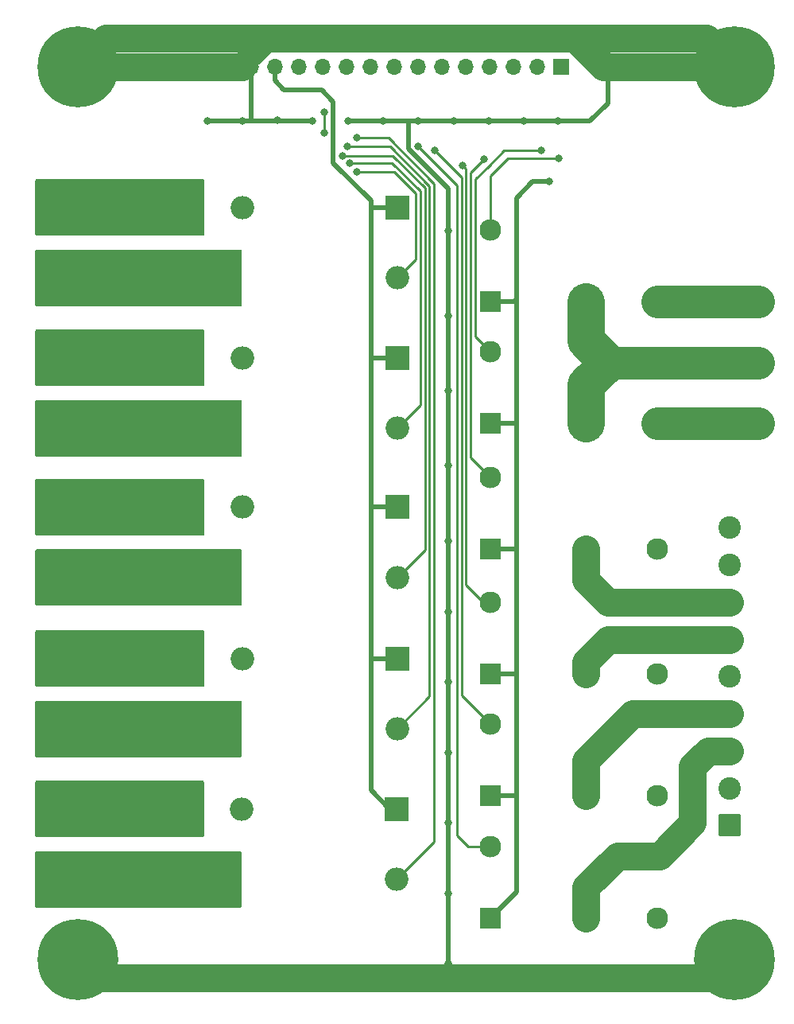
<source format=gbr>
%TF.GenerationSoftware,KiCad,Pcbnew,6.0.10+dfsg-2*%
%TF.CreationDate,2023-01-31T20:00:01-05:00*%
%TF.ProjectId,StoveRelays,53746f76-6552-4656-9c61-79732e6b6963,rev?*%
%TF.SameCoordinates,Original*%
%TF.FileFunction,Copper,L2,Bot*%
%TF.FilePolarity,Positive*%
%FSLAX46Y46*%
G04 Gerber Fmt 4.6, Leading zero omitted, Abs format (unit mm)*
G04 Created by KiCad (PCBNEW 6.0.10+dfsg-2) date 2023-01-31 20:00:01*
%MOMM*%
%LPD*%
G01*
G04 APERTURE LIST*
G04 Aperture macros list*
%AMRoundRect*
0 Rectangle with rounded corners*
0 $1 Rounding radius*
0 $2 $3 $4 $5 $6 $7 $8 $9 X,Y pos of 4 corners*
0 Add a 4 corners polygon primitive as box body*
4,1,4,$2,$3,$4,$5,$6,$7,$8,$9,$2,$3,0*
0 Add four circle primitives for the rounded corners*
1,1,$1+$1,$2,$3*
1,1,$1+$1,$4,$5*
1,1,$1+$1,$6,$7*
1,1,$1+$1,$8,$9*
0 Add four rect primitives between the rounded corners*
20,1,$1+$1,$2,$3,$4,$5,0*
20,1,$1+$1,$4,$5,$6,$7,0*
20,1,$1+$1,$6,$7,$8,$9,0*
20,1,$1+$1,$8,$9,$2,$3,0*%
G04 Aperture macros list end*
%TA.AperFunction,ComponentPad*%
%ADD10RoundRect,0.250001X0.949999X-0.949999X0.949999X0.949999X-0.949999X0.949999X-0.949999X-0.949999X0*%
%TD*%
%TA.AperFunction,ComponentPad*%
%ADD11C,2.400000*%
%TD*%
%TA.AperFunction,ComponentPad*%
%ADD12R,2.300000X2.300000*%
%TD*%
%TA.AperFunction,ComponentPad*%
%ADD13C,2.300000*%
%TD*%
%TA.AperFunction,ComponentPad*%
%ADD14C,0.900000*%
%TD*%
%TA.AperFunction,ComponentPad*%
%ADD15C,8.600000*%
%TD*%
%TA.AperFunction,ComponentPad*%
%ADD16O,2.500000X2.500000*%
%TD*%
%TA.AperFunction,ComponentPad*%
%ADD17R,2.500000X2.500000*%
%TD*%
%TA.AperFunction,ComponentPad*%
%ADD18C,2.500000*%
%TD*%
%TA.AperFunction,ComponentPad*%
%ADD19R,1.700000X1.700000*%
%TD*%
%TA.AperFunction,ComponentPad*%
%ADD20O,1.700000X1.700000*%
%TD*%
%TA.AperFunction,ViaPad*%
%ADD21C,0.800000*%
%TD*%
%TA.AperFunction,Conductor*%
%ADD22C,3.000000*%
%TD*%
%TA.AperFunction,Conductor*%
%ADD23C,0.500000*%
%TD*%
%TA.AperFunction,Conductor*%
%ADD24C,0.250000*%
%TD*%
%TA.AperFunction,Conductor*%
%ADD25C,3.500000*%
%TD*%
%TA.AperFunction,Conductor*%
%ADD26C,4.000000*%
%TD*%
G04 APERTURE END LIST*
D10*
%TO.P,J16,1,Pin_1*%
%TO.N,unconnected-(J16-Pad1)*%
X174482500Y-135760000D03*
D11*
%TO.P,J16,2,Pin_2*%
%TO.N,unconnected-(J16-Pad2)*%
X174482500Y-131800000D03*
%TO.P,J16,3,Pin_3*%
%TO.N,/Fan_High/COM*%
X174482500Y-127840000D03*
%TO.P,J16,4,Pin_4*%
%TO.N,/Fan_Low/COM*%
X174482500Y-123880000D03*
%TO.P,J16,5,Pin_5*%
%TO.N,unconnected-(J16-Pad5)*%
X174482500Y-119920000D03*
%TO.P,J16,6,Pin_6*%
%TO.N,/Oven_Light/COM*%
X174482500Y-115960000D03*
%TO.P,J16,7,Pin_7*%
%TO.N,/Cooling_Fan/COM*%
X174482500Y-112000000D03*
%TO.P,J16,8,Pin_8*%
%TO.N,unconnected-(J16-Pad8)*%
X174482500Y-108040000D03*
%TO.P,J16,9,Pin_9*%
%TO.N,AC*%
X174482500Y-104080000D03*
%TD*%
D12*
%TO.P,K8,1*%
%TO.N,+5V*%
X149000000Y-93000000D03*
D13*
%TO.P,K8,2*%
%TO.N,/DD_L1*%
X159160000Y-93000000D03*
%TO.P,K8,3*%
%TO.N,/DownDraft_High/NO*%
X166780000Y-93000000D03*
%TO.P,K8,5*%
%TO.N,Net-(D8-Pad1)*%
X149000000Y-85380000D03*
%TD*%
D12*
%TO.P,K10,1*%
%TO.N,+5V*%
X149000000Y-106370000D03*
D13*
%TO.P,K10,2*%
%TO.N,/Cooling_Fan/COM*%
X159160000Y-106370000D03*
%TO.P,K10,3*%
%TO.N,AC*%
X166780000Y-106370000D03*
%TO.P,K10,5*%
%TO.N,Net-(D10-Pad1)*%
X149000000Y-98750000D03*
%TD*%
D14*
%TO.P,H3,1,1*%
%TO.N,GND*%
X175000000Y-146775000D03*
X177280419Y-152280419D03*
X175000000Y-153225000D03*
X177280419Y-147719581D03*
X171775000Y-150000000D03*
X172719581Y-152280419D03*
X172719581Y-147719581D03*
X178225000Y-150000000D03*
D15*
X175000000Y-150000000D03*
%TD*%
D16*
%TO.P,K1,11*%
%TO.N,Net-(J2-Pad1)*%
X119000000Y-141500000D03*
%TO.P,K1,12*%
%TO.N,unconnected-(K1-Pad12)*%
X122500000Y-134000000D03*
%TO.P,K1,14*%
%TO.N,Net-(J3-Pad1)*%
X115500000Y-134000000D03*
D17*
%TO.P,K1,A1*%
%TO.N,+3V3*%
X139000000Y-134000000D03*
D16*
%TO.P,K1,A2*%
%TO.N,Net-(D1-Pad1)*%
X139000000Y-141500000D03*
%TD*%
D18*
%TO.P,J5,1,Pin_1*%
%TO.N,Net-(J5-Pad1)*%
X101950000Y-102000000D03*
X107050000Y-102000000D03*
%TD*%
%TO.P,J12,1,Pin_1*%
%TO.N,/DownDraft_Low/NO*%
X172450000Y-80000000D03*
X177550000Y-80000000D03*
%TD*%
%TO.P,J7,1,Pin_1*%
%TO.N,Net-(J7-Pad1)*%
X101950000Y-70000000D03*
X107050000Y-70000000D03*
%TD*%
D12*
%TO.P,K11,1*%
%TO.N,+5V*%
X149000000Y-119620000D03*
D13*
%TO.P,K11,2*%
%TO.N,/Oven_Light/COM*%
X159160000Y-119620000D03*
%TO.P,K11,3*%
%TO.N,AC*%
X166780000Y-119620000D03*
%TO.P,K11,5*%
%TO.N,Net-(D11-Pad1)*%
X149000000Y-112000000D03*
%TD*%
D18*
%TO.P,J8,1,Pin_1*%
%TO.N,Net-(J8-Pad1)*%
X107050000Y-93500000D03*
X101950000Y-93500000D03*
%TD*%
%TO.P,J13,1,Pin_1*%
%TO.N,/DD_L1*%
X172450000Y-86500000D03*
X177550000Y-86500000D03*
%TD*%
%TO.P,J10,1,Pin_1*%
%TO.N,Net-(J10-Pad1)*%
X107050000Y-125500000D03*
X101950000Y-125500000D03*
%TD*%
%TO.P,J11,1,Pin_1*%
%TO.N,Net-(J11-Pad1)*%
X101950000Y-118000000D03*
X107050000Y-118000000D03*
%TD*%
D16*
%TO.P,K5,11*%
%TO.N,Net-(J10-Pad1)*%
X119037500Y-125500000D03*
%TO.P,K5,12*%
%TO.N,unconnected-(K5-Pad12)*%
X122537500Y-118000000D03*
%TO.P,K5,14*%
%TO.N,Net-(J11-Pad1)*%
X115537500Y-118000000D03*
D17*
%TO.P,K5,A1*%
%TO.N,+3V3*%
X139037500Y-118000000D03*
D16*
%TO.P,K5,A2*%
%TO.N,Net-(D5-Pad1)*%
X139037500Y-125500000D03*
%TD*%
D18*
%TO.P,J2,1,Pin_1*%
%TO.N,Net-(J2-Pad1)*%
X107012500Y-141500000D03*
X101912500Y-141500000D03*
%TD*%
D12*
%TO.P,K6,1*%
%TO.N,+5V*%
X149000000Y-145620000D03*
D13*
%TO.P,K6,2*%
%TO.N,/Fan_High/COM*%
X159160000Y-145620000D03*
%TO.P,K6,3*%
%TO.N,AC*%
X166780000Y-145620000D03*
%TO.P,K6,5*%
%TO.N,Net-(D6-Pad1)*%
X149000000Y-138000000D03*
%TD*%
D18*
%TO.P,J9,1,Pin_1*%
%TO.N,Net-(J9-Pad1)*%
X101950000Y-86000000D03*
X107050000Y-86000000D03*
%TD*%
D12*
%TO.P,K9,1*%
%TO.N,+5V*%
X149000000Y-80000000D03*
D13*
%TO.P,K9,2*%
%TO.N,/DD_L1*%
X159160000Y-80000000D03*
%TO.P,K9,3*%
%TO.N,/DownDraft_Low/NO*%
X166780000Y-80000000D03*
%TO.P,K9,5*%
%TO.N,Net-(D9-Pad1)*%
X149000000Y-72380000D03*
%TD*%
D12*
%TO.P,K7,1*%
%TO.N,+5V*%
X149000000Y-132620000D03*
D13*
%TO.P,K7,2*%
%TO.N,/Fan_Low/COM*%
X159160000Y-132620000D03*
%TO.P,K7,3*%
%TO.N,AC*%
X166780000Y-132620000D03*
%TO.P,K7,5*%
%TO.N,Net-(D7-Pad1)*%
X149000000Y-125000000D03*
%TD*%
D18*
%TO.P,J4,1,Pin_1*%
%TO.N,Net-(J4-Pad1)*%
X107050000Y-109500000D03*
X101950000Y-109500000D03*
%TD*%
%TO.P,J3,1,Pin_1*%
%TO.N,Net-(J3-Pad1)*%
X101912500Y-134000000D03*
X107012500Y-134000000D03*
%TD*%
%TO.P,J6,1,Pin_1*%
%TO.N,Net-(J6-Pad1)*%
X101950000Y-77500000D03*
X107050000Y-77500000D03*
%TD*%
D15*
%TO.P,H2,1,1*%
%TO.N,GND*%
X175000000Y-55000000D03*
D14*
X177280419Y-57280419D03*
X178225000Y-55000000D03*
X172719581Y-57280419D03*
X171775000Y-55000000D03*
X172719581Y-52719581D03*
X175000000Y-51775000D03*
X175000000Y-58225000D03*
X177280419Y-52719581D03*
%TD*%
D16*
%TO.P,K2,11*%
%TO.N,Net-(J4-Pad1)*%
X119037500Y-109387500D03*
%TO.P,K2,12*%
%TO.N,unconnected-(K2-Pad12)*%
X122537500Y-101887500D03*
%TO.P,K2,14*%
%TO.N,Net-(J5-Pad1)*%
X115537500Y-101887500D03*
D17*
%TO.P,K2,A1*%
%TO.N,+3V3*%
X139037500Y-101887500D03*
D16*
%TO.P,K2,A2*%
%TO.N,Net-(D2-Pad1)*%
X139037500Y-109387500D03*
%TD*%
D14*
%TO.P,H1,1,1*%
%TO.N,GND*%
X102719581Y-52719581D03*
X107280419Y-57280419D03*
X101775000Y-55000000D03*
X105000000Y-51775000D03*
X108225000Y-55000000D03*
X105000000Y-58225000D03*
D15*
X105000000Y-55000000D03*
D14*
X102719581Y-57280419D03*
X107280419Y-52719581D03*
%TD*%
D15*
%TO.P,H4,1,1*%
%TO.N,GND*%
X105000000Y-150000000D03*
D14*
X105000000Y-146775000D03*
X107280419Y-152280419D03*
X105000000Y-153225000D03*
X102719581Y-147719581D03*
X108225000Y-150000000D03*
X101775000Y-150000000D03*
X102719581Y-152280419D03*
X107280419Y-147719581D03*
%TD*%
D16*
%TO.P,K4,11*%
%TO.N,Net-(J8-Pad1)*%
X119037500Y-93500000D03*
%TO.P,K4,12*%
%TO.N,unconnected-(K4-Pad12)*%
X122537500Y-86000000D03*
%TO.P,K4,14*%
%TO.N,Net-(J9-Pad1)*%
X115537500Y-86000000D03*
D17*
%TO.P,K4,A1*%
%TO.N,+3V3*%
X139037500Y-86000000D03*
D16*
%TO.P,K4,A2*%
%TO.N,Net-(D4-Pad1)*%
X139037500Y-93500000D03*
%TD*%
D19*
%TO.P,J1,1,Pin_1*%
%TO.N,+5V*%
X156500000Y-55000000D03*
D20*
%TO.P,J1,2,Pin_2*%
%TO.N,/Down_Draft_Low*%
X153960000Y-55000000D03*
%TO.P,J1,3,Pin_3*%
%TO.N,/Down_Draft_High*%
X151420000Y-55000000D03*
%TO.P,J1,4,Pin_4*%
%TO.N,/Cooling Fan*%
X148880000Y-55000000D03*
%TO.P,J1,5,Pin_5*%
%TO.N,/Light*%
X146340000Y-55000000D03*
%TO.P,J1,6,Pin_6*%
%TO.N,/Fan_Low*%
X143800000Y-55000000D03*
%TO.P,J1,7,Pin_7*%
%TO.N,/Fan_High*%
X141260000Y-55000000D03*
%TO.P,J1,8,Pin_8*%
%TO.N,/Bake_A*%
X138720000Y-55000000D03*
%TO.P,J1,9,Pin_9*%
%TO.N,/Bake_B*%
X136180000Y-55000000D03*
%TO.P,J1,10,Pin_10*%
%TO.N,/Broil_A*%
X133640000Y-55000000D03*
%TO.P,J1,11,Pin_11*%
%TO.N,/Broil_Convection_B*%
X131100000Y-55000000D03*
%TO.P,J1,12,Pin_12*%
%TO.N,/Convection_A*%
X128560000Y-55000000D03*
%TO.P,J1,13,Pin_13*%
%TO.N,+3V3*%
X126020000Y-55000000D03*
%TO.P,J1,14,Pin_14*%
%TO.N,GND*%
X123480000Y-55000000D03*
%TD*%
D16*
%TO.P,K3,11*%
%TO.N,Net-(J6-Pad1)*%
X119037500Y-77500000D03*
%TO.P,K3,12*%
%TO.N,unconnected-(K3-Pad12)*%
X122537500Y-70000000D03*
%TO.P,K3,14*%
%TO.N,Net-(J7-Pad1)*%
X115537500Y-70000000D03*
D17*
%TO.P,K3,A1*%
%TO.N,+3V3*%
X139037500Y-70000000D03*
D16*
%TO.P,K3,A2*%
%TO.N,Net-(D3-Pad1)*%
X139037500Y-77500000D03*
%TD*%
D18*
%TO.P,J14,1,Pin_1*%
%TO.N,/DownDraft_High/NO*%
X177550000Y-93000000D03*
X172450000Y-93000000D03*
%TD*%
D21*
%TO.N,GND*%
X156200000Y-60837500D03*
X145050000Y-60837500D03*
X122550000Y-60787500D03*
X118800000Y-60787500D03*
X126300000Y-60737500D03*
X133800000Y-60787500D03*
X137550000Y-60800000D03*
X144500000Y-120500000D03*
X130050000Y-60787500D03*
X141300000Y-60787500D03*
X144500000Y-150500000D03*
X144500000Y-105500000D03*
X144500000Y-81500000D03*
X142856000Y-152000000D03*
X144500000Y-143000000D03*
X148800000Y-60837500D03*
X144500000Y-113000000D03*
X144500000Y-72500000D03*
X144500000Y-128000000D03*
X152550000Y-60837500D03*
X144500000Y-135500000D03*
X144500000Y-89500000D03*
X144500000Y-97500000D03*
%TO.N,Net-(D1-Pad1)*%
X134750000Y-62600000D03*
%TO.N,Net-(D2-Pad1)*%
X133250000Y-64500000D03*
%TO.N,Net-(D3-Pad1)*%
X134750000Y-66250000D03*
%TO.N,Net-(D4-Pad1)*%
X134000000Y-65250000D03*
%TO.N,Net-(D5-Pad1)*%
X133750000Y-63500000D03*
%TO.N,Net-(D6-Pad1)*%
X141250000Y-63500000D03*
%TO.N,Net-(J2-Pad1)*%
X121962500Y-140500000D03*
X115962500Y-139000000D03*
X118962500Y-139000000D03*
X106462500Y-139000000D03*
X111000000Y-139000000D03*
X104250000Y-142500000D03*
X112750000Y-140500000D03*
X103462500Y-144000000D03*
X102212500Y-144000000D03*
X100962500Y-139000000D03*
X104962500Y-144000000D03*
X111000000Y-144000000D03*
X104250000Y-140500000D03*
X114500000Y-140500000D03*
X118962500Y-144000000D03*
X120462500Y-144000000D03*
X114500000Y-142500000D03*
X117462500Y-144000000D03*
X115962500Y-140500000D03*
X121962500Y-139000000D03*
X109462500Y-142500000D03*
X100962500Y-144000000D03*
X114500000Y-139000000D03*
X109462500Y-139000000D03*
X109462500Y-144000000D03*
X111000000Y-140500000D03*
X107962500Y-139000000D03*
X104962500Y-139000000D03*
X120462500Y-139000000D03*
X112750000Y-142500000D03*
X121962500Y-144000000D03*
X107962500Y-144000000D03*
X111000000Y-142500000D03*
X112750000Y-139000000D03*
X121962500Y-142500000D03*
X109462500Y-140500000D03*
X114500000Y-144000000D03*
X112750000Y-144000000D03*
X117462500Y-139000000D03*
X103462500Y-139000000D03*
X115962500Y-144000000D03*
X102212500Y-139000000D03*
X115962500Y-142500000D03*
X106462500Y-144000000D03*
%TO.N,Net-(J3-Pad1)*%
X110500000Y-133000000D03*
X105462500Y-136500000D03*
X113500000Y-135000000D03*
X110500000Y-135000000D03*
X100962500Y-136500000D03*
X113500000Y-133000000D03*
X114962500Y-136500000D03*
X109212500Y-133000000D03*
X105462500Y-131500000D03*
X104250000Y-135000000D03*
X112000000Y-135000000D03*
X112000000Y-133000000D03*
X108462500Y-131500000D03*
X104250000Y-133000000D03*
X113500000Y-131500000D03*
X112000000Y-131500000D03*
X117962500Y-133000000D03*
X117962500Y-136500000D03*
X110500000Y-131500000D03*
X116462500Y-136500000D03*
X103962500Y-131500000D03*
X103962500Y-136500000D03*
X113500000Y-136500000D03*
X112000000Y-136500000D03*
X106962500Y-131500000D03*
X102462500Y-136500000D03*
X109212500Y-135000000D03*
X100962500Y-131500000D03*
X117962500Y-131500000D03*
X110500000Y-136500000D03*
X102462500Y-131500000D03*
X114962500Y-131500000D03*
X108462500Y-136500000D03*
X117962500Y-135000000D03*
X116462500Y-131500000D03*
X106962500Y-136500000D03*
%TO.N,Net-(J4-Pad1)*%
X112800000Y-106900000D03*
X119000000Y-106887500D03*
X114400000Y-108400000D03*
X104250000Y-110387500D03*
X103500000Y-111887500D03*
X114400000Y-110400000D03*
X101000000Y-106887500D03*
X102250000Y-111887500D03*
X120500000Y-111887500D03*
X102250000Y-106887500D03*
X111000000Y-110387500D03*
X114400000Y-106900000D03*
X109500000Y-108387500D03*
X105000000Y-111887500D03*
X117500000Y-106887500D03*
X112800000Y-108400000D03*
X114400000Y-111900000D03*
X122000000Y-108387500D03*
X116000000Y-110387500D03*
X106500000Y-106887500D03*
X105000000Y-106887500D03*
X106500000Y-111887500D03*
X104250000Y-108387500D03*
X103500000Y-106887500D03*
X119000000Y-111887500D03*
X116000000Y-106887500D03*
X109500000Y-111887500D03*
X122000000Y-111887500D03*
X111000000Y-106887500D03*
X116000000Y-111887500D03*
X122000000Y-106887500D03*
X112800000Y-111900000D03*
X122000000Y-110387500D03*
X108000000Y-106887500D03*
X120500000Y-106887500D03*
X111000000Y-108387500D03*
X101000000Y-111887500D03*
X117500000Y-111887500D03*
X111000000Y-111887500D03*
X109500000Y-110387500D03*
X108000000Y-111887500D03*
X109500000Y-106887500D03*
X116000000Y-108387500D03*
X112800000Y-110400000D03*
%TO.N,Net-(J5-Pad1)*%
X116500000Y-99387500D03*
X111700000Y-104400000D03*
X115000000Y-99387500D03*
X101000000Y-104387500D03*
X107000000Y-99387500D03*
X102500000Y-104387500D03*
X113300000Y-99400000D03*
X108500000Y-99387500D03*
X113300000Y-104400000D03*
X113300000Y-100900000D03*
X113300000Y-102912500D03*
X104250000Y-100887500D03*
X105500000Y-99387500D03*
X118000000Y-102887500D03*
X105500000Y-104387500D03*
X107000000Y-104387500D03*
X110000000Y-100887500D03*
X110000000Y-104387500D03*
X104250000Y-102887500D03*
X110000000Y-102900000D03*
X118000000Y-104387500D03*
X118000000Y-100887500D03*
X111700000Y-99400000D03*
X110000000Y-99387500D03*
X111700000Y-100900000D03*
X102500000Y-99387500D03*
X115000000Y-104387500D03*
X108500000Y-104387500D03*
X116500000Y-104387500D03*
X118000000Y-99387500D03*
X104000000Y-99387500D03*
X104000000Y-104387500D03*
X101000000Y-99387500D03*
X111700000Y-102912500D03*
%TO.N,Net-(J6-Pad1)*%
X111000000Y-80000000D03*
X122000000Y-80000000D03*
X111000000Y-76500000D03*
X119000000Y-80000000D03*
X108000000Y-80000000D03*
X114400000Y-80000000D03*
X112800000Y-75000000D03*
X109500000Y-76500000D03*
X102250000Y-75000000D03*
X104250000Y-76500000D03*
X120500000Y-80000000D03*
X101000000Y-75000000D03*
X112800000Y-78500000D03*
X114400000Y-75000000D03*
X120500000Y-75000000D03*
X114400000Y-78500000D03*
X111000000Y-78500000D03*
X109500000Y-78500000D03*
X116000000Y-78500000D03*
X106500000Y-80000000D03*
X111000000Y-75000000D03*
X117500000Y-80000000D03*
X108000000Y-75000000D03*
X112800000Y-80000000D03*
X116000000Y-76500000D03*
X119000000Y-75000000D03*
X122000000Y-76500000D03*
X105000000Y-80000000D03*
X122000000Y-78500000D03*
X102250000Y-80000000D03*
X103500000Y-75000000D03*
X116000000Y-75000000D03*
X116000000Y-80000000D03*
X104250000Y-78500000D03*
X109500000Y-80000000D03*
X101000000Y-80000000D03*
X109500000Y-75000000D03*
X112800000Y-76500000D03*
X106500000Y-75000000D03*
X117500000Y-75000000D03*
X122000000Y-75000000D03*
X114400000Y-76500000D03*
X105000000Y-75000000D03*
X103500000Y-80000000D03*
%TO.N,Net-(J7-Pad1)*%
X118000000Y-71000000D03*
X110000000Y-72500000D03*
X118000000Y-69000000D03*
X104000000Y-72500000D03*
X110000000Y-69000000D03*
X111600000Y-69000000D03*
X118000000Y-72500000D03*
X111600000Y-71000000D03*
X113200000Y-72500000D03*
X102500000Y-67500000D03*
X115000000Y-67500000D03*
X113200000Y-67500000D03*
X111600000Y-72500000D03*
X101000000Y-72500000D03*
X116500000Y-72500000D03*
X105500000Y-67500000D03*
X101000000Y-67500000D03*
X102500000Y-72500000D03*
X107000000Y-72500000D03*
X118000000Y-67500000D03*
X111600000Y-67500000D03*
X110000000Y-67500000D03*
X113200000Y-71000000D03*
X115000000Y-72500000D03*
X108500000Y-67500000D03*
X104000000Y-67500000D03*
X105500000Y-72500000D03*
X108500000Y-72500000D03*
X104250000Y-69000000D03*
X116500000Y-67500000D03*
X113200000Y-69000000D03*
X107000000Y-67500000D03*
X110000000Y-71000000D03*
X104250000Y-71000000D03*
%TO.N,Net-(J8-Pad1)*%
X120500000Y-96000000D03*
X111000000Y-96000000D03*
X102250000Y-96000000D03*
X112700000Y-96000000D03*
X109500000Y-92500000D03*
X103500000Y-91000000D03*
X116000000Y-96000000D03*
X106500000Y-96000000D03*
X111000000Y-92500000D03*
X120500000Y-91000000D03*
X101000000Y-91000000D03*
X108000000Y-91000000D03*
X114300000Y-91000000D03*
X122000000Y-92500000D03*
X108000000Y-96000000D03*
X116000000Y-92500000D03*
X111000000Y-94500000D03*
X122000000Y-91000000D03*
X109500000Y-94500000D03*
X109500000Y-96000000D03*
X112700000Y-91000000D03*
X114300000Y-96000000D03*
X116000000Y-91000000D03*
X119000000Y-96000000D03*
X106500000Y-91000000D03*
X122000000Y-96000000D03*
X114300000Y-92500000D03*
X104250000Y-94500000D03*
X112700000Y-92500000D03*
X101000000Y-96000000D03*
X104250000Y-92500000D03*
X112700000Y-94500000D03*
X117500000Y-96000000D03*
X102250000Y-91000000D03*
X114300000Y-94500000D03*
X105000000Y-91000000D03*
X117500000Y-91000000D03*
X103500000Y-96000000D03*
X119000000Y-91000000D03*
X111000000Y-91000000D03*
X105000000Y-96000000D03*
X109500000Y-91000000D03*
X122000000Y-94500000D03*
X116000000Y-94500000D03*
%TO.N,Net-(J9-Pad1)*%
X111700000Y-83500000D03*
X113300000Y-88500000D03*
X115000000Y-88500000D03*
X111700000Y-87000000D03*
X110000000Y-85000000D03*
X104250000Y-85000000D03*
X107000000Y-83500000D03*
X102500000Y-88500000D03*
X105500000Y-88500000D03*
X111700000Y-85000000D03*
X118000000Y-87000000D03*
X108500000Y-88500000D03*
X104000000Y-88500000D03*
X110000000Y-83500000D03*
X115000000Y-83500000D03*
X108500000Y-83500000D03*
X101000000Y-88500000D03*
X118000000Y-88500000D03*
X102500000Y-83500000D03*
X101000000Y-83500000D03*
X113300000Y-87000000D03*
X111700000Y-88500000D03*
X116500000Y-88500000D03*
X107000000Y-88500000D03*
X110000000Y-88500000D03*
X105500000Y-83500000D03*
X113300000Y-85000000D03*
X104000000Y-83500000D03*
X104250000Y-87000000D03*
X118000000Y-83500000D03*
X116500000Y-83500000D03*
X118000000Y-85000000D03*
X113300000Y-83500000D03*
X110000000Y-87000000D03*
%TO.N,Net-(J10-Pad1)*%
X109500000Y-128000000D03*
X109500000Y-123000000D03*
X103500000Y-123000000D03*
X116000000Y-128000000D03*
X119000000Y-128000000D03*
X111000000Y-124500000D03*
X114250000Y-126500000D03*
X106500000Y-123000000D03*
X104250000Y-126500000D03*
X120500000Y-128000000D03*
X111000000Y-128000000D03*
X112750000Y-128000000D03*
X109500000Y-126500000D03*
X122000000Y-123000000D03*
X116000000Y-126500000D03*
X108000000Y-123000000D03*
X105000000Y-123000000D03*
X106500000Y-128000000D03*
X114250000Y-123000000D03*
X117500000Y-128000000D03*
X108000000Y-128000000D03*
X103500000Y-128000000D03*
X112750000Y-126500000D03*
X119000000Y-123000000D03*
X122000000Y-128000000D03*
X104250000Y-124500000D03*
X120500000Y-123000000D03*
X109500000Y-124500000D03*
X122000000Y-126500000D03*
X111000000Y-126500000D03*
X112750000Y-123000000D03*
X111000000Y-123000000D03*
X116000000Y-124500000D03*
X102250000Y-123000000D03*
X114250000Y-128000000D03*
X116000000Y-123000000D03*
X114250000Y-124500000D03*
X105000000Y-128000000D03*
X112750000Y-124500000D03*
X101000000Y-123000000D03*
X101000000Y-128000000D03*
X122000000Y-124500000D03*
X117500000Y-123000000D03*
X102250000Y-128000000D03*
%TO.N,Net-(J11-Pad1)*%
X104000000Y-120500000D03*
X102500000Y-120500000D03*
X113250000Y-118750000D03*
X104000000Y-115500000D03*
X116500000Y-115500000D03*
X113250000Y-120500000D03*
X102500000Y-115500000D03*
X110000000Y-120500000D03*
X113250000Y-115500000D03*
X110000000Y-115500000D03*
X108500000Y-115500000D03*
X118000000Y-117000000D03*
X118000000Y-120500000D03*
X107000000Y-120500000D03*
X110000000Y-117000000D03*
X115000000Y-115500000D03*
X111750000Y-115500000D03*
X108500000Y-120500000D03*
X111750000Y-120500000D03*
X118000000Y-115500000D03*
X105500000Y-120500000D03*
X107000000Y-115500000D03*
X105500000Y-115500000D03*
X111750000Y-117000000D03*
X104250000Y-117000000D03*
X104250000Y-119000000D03*
X115000000Y-120500000D03*
X113250000Y-117000000D03*
X118000000Y-119000000D03*
X101000000Y-120500000D03*
X101000000Y-115500000D03*
X110000000Y-118750000D03*
X116500000Y-120500000D03*
X111750000Y-118750000D03*
%TO.N,Net-(Q5-Pad1)*%
X131250000Y-62050000D03*
X131250000Y-59900000D03*
%TO.N,Net-(D7-Pad1)*%
X143062500Y-63937500D03*
%TO.N,Net-(D8-Pad1)*%
X154400000Y-63950000D03*
%TO.N,Net-(D9-Pad1)*%
X156300000Y-64800000D03*
%TO.N,Net-(D10-Pad1)*%
X148300000Y-64900000D03*
%TO.N,Net-(D11-Pad1)*%
X146000000Y-65500000D03*
%TO.N,+5V*%
X155250000Y-67250000D03*
%TD*%
D22*
%TO.N,GND*%
X105000000Y-55000000D02*
X122591000Y-55000000D01*
D23*
X137537500Y-60787500D02*
X137550000Y-60800000D01*
X138800000Y-60800000D02*
X140300000Y-60800000D01*
X161500000Y-52032000D02*
X161532000Y-52000000D01*
D22*
X108000000Y-52000000D02*
X105000000Y-55000000D01*
X125000000Y-52000000D02*
X108000000Y-52000000D01*
D23*
X140300000Y-63800000D02*
X140300000Y-60800000D01*
X144500000Y-72500000D02*
X144500000Y-150500000D01*
X130050000Y-60787500D02*
X123487500Y-60787500D01*
X144500000Y-72500000D02*
X144500000Y-68000000D01*
X142856000Y-152000000D02*
X144380000Y-152000000D01*
X144500000Y-68000000D02*
X140300000Y-63800000D01*
X140300000Y-60800000D02*
X156162500Y-60800000D01*
D22*
X161532000Y-52000000D02*
X158000000Y-52000000D01*
D23*
X159562500Y-60837500D02*
X161500000Y-58900000D01*
X161500000Y-58900000D02*
X161500000Y-52032000D01*
X156162500Y-60800000D02*
X156200000Y-60837500D01*
D22*
X161000000Y-55000000D02*
X158000000Y-52000000D01*
X125000000Y-52000000D02*
X123480000Y-53520000D01*
X172000000Y-52000000D02*
X161532000Y-52000000D01*
D23*
X118807500Y-60780000D02*
X118800000Y-60787500D01*
X122591000Y-55000000D02*
X123480000Y-55000000D01*
D22*
X175000000Y-55000000D02*
X172000000Y-52000000D01*
D23*
X123487500Y-60787500D02*
X123480000Y-60780000D01*
D22*
X175000000Y-55000000D02*
X161000000Y-55000000D01*
D23*
X123480000Y-55000000D02*
X123480000Y-60780000D01*
D22*
X160790000Y-152000000D02*
X107000000Y-152000000D01*
D23*
X156200000Y-60837500D02*
X159562500Y-60837500D01*
X144380000Y-152000000D02*
X160790000Y-152000000D01*
X123480000Y-60780000D02*
X118807500Y-60780000D01*
D22*
X158000000Y-52000000D02*
X125000000Y-52000000D01*
X175000000Y-150000000D02*
X173000000Y-152000000D01*
D23*
X123480000Y-55000000D02*
X123480000Y-53520000D01*
X137550000Y-60800000D02*
X138800000Y-60800000D01*
X133800000Y-60787500D02*
X137537500Y-60787500D01*
D22*
X173000000Y-152000000D02*
X160790000Y-152000000D01*
X107000000Y-152000000D02*
X105000000Y-150000000D01*
D24*
%TO.N,Net-(D1-Pad1)*%
X143000000Y-137500000D02*
X143000000Y-67450000D01*
X138150000Y-62600000D02*
X134750000Y-62600000D01*
X143000000Y-67450000D02*
X138150000Y-62600000D01*
X139000000Y-141500000D02*
X143000000Y-137500000D01*
%TO.N,Net-(D2-Pad1)*%
X138550000Y-64500000D02*
X133250000Y-64500000D01*
X142000000Y-106425000D02*
X142000000Y-67950000D01*
X139037500Y-109387500D02*
X142000000Y-106425000D01*
X142000000Y-67950000D02*
X138550000Y-64500000D01*
D23*
%TO.N,+3V3*%
X126020000Y-56520000D02*
X126020000Y-55000000D01*
X136250000Y-102000000D02*
X136250000Y-86000000D01*
X136250000Y-132000000D02*
X136250000Y-118000000D01*
X132250000Y-58750000D02*
X131000000Y-57500000D01*
X139037500Y-70000000D02*
X136250000Y-70000000D01*
X139037500Y-101887500D02*
X136362500Y-101887500D01*
X136250000Y-86000000D02*
X136250000Y-70000000D01*
X139000000Y-134000000D02*
X138250000Y-134000000D01*
X127000000Y-57500000D02*
X126020000Y-56520000D01*
X139037500Y-118000000D02*
X136250000Y-118000000D01*
X132250000Y-65250000D02*
X132250000Y-58750000D01*
X131000000Y-57500000D02*
X127000000Y-57500000D01*
X139037500Y-86000000D02*
X136250000Y-86000000D01*
X138250000Y-134000000D02*
X136250000Y-132000000D01*
X136250000Y-118000000D02*
X136250000Y-102000000D01*
X136250000Y-70000000D02*
X136250000Y-69250000D01*
X136362500Y-101887500D02*
X136250000Y-102000000D01*
X136250000Y-69250000D02*
X132250000Y-65250000D01*
D24*
%TO.N,Net-(D3-Pad1)*%
X141000000Y-75537500D02*
X141000000Y-68500000D01*
X141000000Y-68500000D02*
X138750000Y-66250000D01*
X139037500Y-77500000D02*
X141000000Y-75537500D01*
X138750000Y-66250000D02*
X134750000Y-66250000D01*
%TO.N,Net-(D4-Pad1)*%
X141500000Y-68250000D02*
X138500000Y-65250000D01*
X141500000Y-91037500D02*
X141500000Y-68250000D01*
X138500000Y-65250000D02*
X134000000Y-65250000D01*
X139037500Y-93500000D02*
X141500000Y-91037500D01*
%TO.N,Net-(D5-Pad1)*%
X138300000Y-63500000D02*
X133750000Y-63500000D01*
X142500000Y-122037500D02*
X142500000Y-67700000D01*
X142500000Y-67700000D02*
X138300000Y-63500000D01*
X139037500Y-125500000D02*
X142500000Y-122037500D01*
%TO.N,Net-(D6-Pad1)*%
X146600000Y-138000000D02*
X145400000Y-136800000D01*
X145400000Y-136800000D02*
X145400000Y-67650000D01*
X145400000Y-67650000D02*
X141250000Y-63500000D01*
X149000000Y-138000000D02*
X146600000Y-138000000D01*
%TO.N,Net-(Q5-Pad1)*%
X131250000Y-62050000D02*
X131250000Y-59900000D01*
%TO.N,Net-(D7-Pad1)*%
X145900000Y-66775000D02*
X143062500Y-63937500D01*
X145900000Y-121900000D02*
X149000000Y-125000000D01*
X145900000Y-68650000D02*
X145900000Y-66775000D01*
X145900000Y-68650000D02*
X145900000Y-121900000D01*
%TO.N,Net-(D8-Pad1)*%
X148800000Y-65600000D02*
X147400000Y-67000000D01*
X154400000Y-63950000D02*
X150450000Y-63950000D01*
X147400000Y-67000000D02*
X147400000Y-83780000D01*
X147400000Y-83780000D02*
X149000000Y-85380000D01*
X150450000Y-63950000D02*
X148800000Y-65600000D01*
%TO.N,Net-(D9-Pad1)*%
X149000000Y-66650000D02*
X149000000Y-72380000D01*
X150850000Y-64800000D02*
X149000000Y-66650000D01*
X156300000Y-64800000D02*
X150850000Y-64800000D01*
%TO.N,Net-(D10-Pad1)*%
X146900000Y-66300000D02*
X146900000Y-66900000D01*
X146900000Y-96650000D02*
X146900000Y-66900000D01*
X148300000Y-64900000D02*
X146900000Y-66300000D01*
X149000000Y-98750000D02*
X146900000Y-96650000D01*
%TO.N,Net-(D11-Pad1)*%
X146400000Y-65900000D02*
X146000000Y-65500000D01*
X149000000Y-112000000D02*
X148200000Y-112000000D01*
X148200000Y-112000000D02*
X146400000Y-110200000D01*
X146400000Y-110200000D02*
X146400000Y-65900000D01*
D23*
%TO.N,+5V*%
X151750000Y-132500000D02*
X151750000Y-142870000D01*
X151630000Y-132620000D02*
X151750000Y-132500000D01*
X151750000Y-119750000D02*
X151750000Y-132500000D01*
X151750000Y-106250000D02*
X151750000Y-119750000D01*
X151750000Y-69000000D02*
X151750000Y-79750000D01*
X151750000Y-93000000D02*
X151750000Y-106250000D01*
X153500000Y-67250000D02*
X151750000Y-69000000D01*
X149000000Y-80000000D02*
X151500000Y-80000000D01*
X151500000Y-80000000D02*
X151750000Y-79750000D01*
X149000000Y-93000000D02*
X151750000Y-93000000D01*
X155250000Y-67250000D02*
X153500000Y-67250000D01*
X151750000Y-142870000D02*
X149000000Y-145620000D01*
X149000000Y-119620000D02*
X151620000Y-119620000D01*
X149000000Y-132620000D02*
X151630000Y-132620000D01*
X151630000Y-106370000D02*
X151750000Y-106250000D01*
X149000000Y-106370000D02*
X151630000Y-106370000D01*
X151750000Y-79750000D02*
X151750000Y-93000000D01*
X151620000Y-119620000D02*
X151750000Y-119750000D01*
D22*
%TO.N,/Fan_High/COM*%
X162500000Y-139000000D02*
X167000000Y-139000000D01*
X167000000Y-139000000D02*
X170500000Y-135500000D01*
X170500000Y-135500000D02*
X170500000Y-129500000D01*
X159160000Y-142340000D02*
X162500000Y-139000000D01*
X172160000Y-127840000D02*
X174482500Y-127840000D01*
X159160000Y-145620000D02*
X159160000Y-142340000D01*
X170500000Y-129500000D02*
X172160000Y-127840000D01*
D25*
%TO.N,/DD_L1*%
X177550000Y-86500000D02*
X161500000Y-86500000D01*
D26*
X161500000Y-86500000D02*
X159160000Y-88840000D01*
X159160000Y-88840000D02*
X159160000Y-93000000D01*
X159160000Y-80000000D02*
X159160000Y-84160000D01*
X159160000Y-84160000D02*
X161500000Y-86500000D01*
D22*
%TO.N,/Fan_Low/COM*%
X174482500Y-123880000D02*
X164120000Y-123880000D01*
X164120000Y-123880000D02*
X159160000Y-128840000D01*
X159160000Y-128840000D02*
X159160000Y-132620000D01*
D25*
%TO.N,/DownDraft_Low/NO*%
X177550000Y-80000000D02*
X166780000Y-80000000D01*
D22*
%TO.N,/Cooling_Fan/COM*%
X174482500Y-112000000D02*
X161500000Y-112000000D01*
X161500000Y-112000000D02*
X159160000Y-109660000D01*
X159160000Y-109660000D02*
X159160000Y-106370000D01*
%TO.N,/Oven_Light/COM*%
X161540000Y-115960000D02*
X159160000Y-118340000D01*
X159160000Y-118340000D02*
X159160000Y-119620000D01*
X174482500Y-115960000D02*
X161540000Y-115960000D01*
D25*
%TO.N,/DownDraft_High/NO*%
X177550000Y-93000000D02*
X166780000Y-93000000D01*
%TD*%
%TA.AperFunction,Conductor*%
%TO.N,Net-(J6-Pad1)*%
G36*
X122442121Y-74520002D02*
G01*
X122488614Y-74573658D01*
X122500000Y-74626000D01*
X122500000Y-80374000D01*
X122479998Y-80442121D01*
X122426342Y-80488614D01*
X122374000Y-80500000D01*
X100634500Y-80500000D01*
X100566379Y-80479998D01*
X100519886Y-80426342D01*
X100508500Y-80374000D01*
X100508500Y-74626000D01*
X100528502Y-74557879D01*
X100582158Y-74511386D01*
X100634500Y-74500000D01*
X122374000Y-74500000D01*
X122442121Y-74520002D01*
G37*
%TD.AperFunction*%
%TD*%
%TA.AperFunction,Conductor*%
%TO.N,Net-(J2-Pad1)*%
G36*
X122404621Y-138520002D02*
G01*
X122451114Y-138573658D01*
X122462500Y-138626000D01*
X122462500Y-144374000D01*
X122442498Y-144442121D01*
X122388842Y-144488614D01*
X122336500Y-144500000D01*
X100634500Y-144500000D01*
X100566379Y-144479998D01*
X100519886Y-144426342D01*
X100508500Y-144374000D01*
X100508500Y-138626000D01*
X100528502Y-138557879D01*
X100582158Y-138511386D01*
X100634500Y-138500000D01*
X122336500Y-138500000D01*
X122404621Y-138520002D01*
G37*
%TD.AperFunction*%
%TD*%
%TA.AperFunction,Conductor*%
%TO.N,Net-(J3-Pad1)*%
G36*
X118404621Y-131020002D02*
G01*
X118451114Y-131073658D01*
X118462500Y-131126000D01*
X118462500Y-136874000D01*
X118442498Y-136942121D01*
X118388842Y-136988614D01*
X118336500Y-137000000D01*
X100634500Y-137000000D01*
X100566379Y-136979998D01*
X100519886Y-136926342D01*
X100508500Y-136874000D01*
X100508500Y-131126000D01*
X100528502Y-131057879D01*
X100582158Y-131011386D01*
X100634500Y-131000000D01*
X118336500Y-131000000D01*
X118404621Y-131020002D01*
G37*
%TD.AperFunction*%
%TD*%
%TA.AperFunction,Conductor*%
%TO.N,Net-(J11-Pad1)*%
G36*
X118442121Y-115020002D02*
G01*
X118488614Y-115073658D01*
X118500000Y-115126000D01*
X118500000Y-120874000D01*
X118479998Y-120942121D01*
X118426342Y-120988614D01*
X118374000Y-121000000D01*
X100634500Y-121000000D01*
X100566379Y-120979998D01*
X100519886Y-120926342D01*
X100508500Y-120874000D01*
X100508500Y-115126000D01*
X100528502Y-115057879D01*
X100582158Y-115011386D01*
X100634500Y-115000000D01*
X118374000Y-115000000D01*
X118442121Y-115020002D01*
G37*
%TD.AperFunction*%
%TD*%
%TA.AperFunction,Conductor*%
%TO.N,Net-(J10-Pad1)*%
G36*
X122442121Y-122520002D02*
G01*
X122488614Y-122573658D01*
X122500000Y-122626000D01*
X122500000Y-128374000D01*
X122479998Y-128442121D01*
X122426342Y-128488614D01*
X122374000Y-128500000D01*
X100634500Y-128500000D01*
X100566379Y-128479998D01*
X100519886Y-128426342D01*
X100508500Y-128374000D01*
X100508500Y-122626000D01*
X100528502Y-122557879D01*
X100582158Y-122511386D01*
X100634500Y-122500000D01*
X122374000Y-122500000D01*
X122442121Y-122520002D01*
G37*
%TD.AperFunction*%
%TD*%
%TA.AperFunction,Conductor*%
%TO.N,Net-(J4-Pad1)*%
G36*
X122442121Y-106407502D02*
G01*
X122488614Y-106461158D01*
X122500000Y-106513500D01*
X122500000Y-112261500D01*
X122479998Y-112329621D01*
X122426342Y-112376114D01*
X122374000Y-112387500D01*
X100634500Y-112387500D01*
X100566379Y-112367498D01*
X100519886Y-112313842D01*
X100508500Y-112261500D01*
X100508500Y-106513500D01*
X100528502Y-106445379D01*
X100582158Y-106398886D01*
X100634500Y-106387500D01*
X122374000Y-106387500D01*
X122442121Y-106407502D01*
G37*
%TD.AperFunction*%
%TD*%
%TA.AperFunction,Conductor*%
%TO.N,Net-(J5-Pad1)*%
G36*
X118442121Y-98907502D02*
G01*
X118488614Y-98961158D01*
X118500000Y-99013500D01*
X118500000Y-104761500D01*
X118479998Y-104829621D01*
X118426342Y-104876114D01*
X118374000Y-104887500D01*
X100634500Y-104887500D01*
X100566379Y-104867498D01*
X100519886Y-104813842D01*
X100508500Y-104761500D01*
X100508500Y-99013500D01*
X100528502Y-98945379D01*
X100582158Y-98898886D01*
X100634500Y-98887500D01*
X118374000Y-98887500D01*
X118442121Y-98907502D01*
G37*
%TD.AperFunction*%
%TD*%
%TA.AperFunction,Conductor*%
%TO.N,Net-(J8-Pad1)*%
G36*
X122442121Y-90520002D02*
G01*
X122488614Y-90573658D01*
X122500000Y-90626000D01*
X122500000Y-96374000D01*
X122479998Y-96442121D01*
X122426342Y-96488614D01*
X122374000Y-96500000D01*
X100634500Y-96500000D01*
X100566379Y-96479998D01*
X100519886Y-96426342D01*
X100508500Y-96374000D01*
X100508500Y-90626000D01*
X100528502Y-90557879D01*
X100582158Y-90511386D01*
X100634500Y-90500000D01*
X122374000Y-90500000D01*
X122442121Y-90520002D01*
G37*
%TD.AperFunction*%
%TD*%
%TA.AperFunction,Conductor*%
%TO.N,Net-(J7-Pad1)*%
G36*
X118442121Y-67020002D02*
G01*
X118488614Y-67073658D01*
X118500000Y-67126000D01*
X118500000Y-72874000D01*
X118479998Y-72942121D01*
X118426342Y-72988614D01*
X118374000Y-73000000D01*
X100634500Y-73000000D01*
X100566379Y-72979998D01*
X100519886Y-72926342D01*
X100508500Y-72874000D01*
X100508500Y-67126000D01*
X100528502Y-67057879D01*
X100582158Y-67011386D01*
X100634500Y-67000000D01*
X118374000Y-67000000D01*
X118442121Y-67020002D01*
G37*
%TD.AperFunction*%
%TD*%
%TA.AperFunction,Conductor*%
%TO.N,Net-(J9-Pad1)*%
G36*
X118442121Y-83020002D02*
G01*
X118488614Y-83073658D01*
X118500000Y-83126000D01*
X118500000Y-88874000D01*
X118479998Y-88942121D01*
X118426342Y-88988614D01*
X118374000Y-89000000D01*
X100634500Y-89000000D01*
X100566379Y-88979998D01*
X100519886Y-88926342D01*
X100508500Y-88874000D01*
X100508500Y-83126000D01*
X100528502Y-83057879D01*
X100582158Y-83011386D01*
X100634500Y-83000000D01*
X118374000Y-83000000D01*
X118442121Y-83020002D01*
G37*
%TD.AperFunction*%
%TD*%
M02*

</source>
